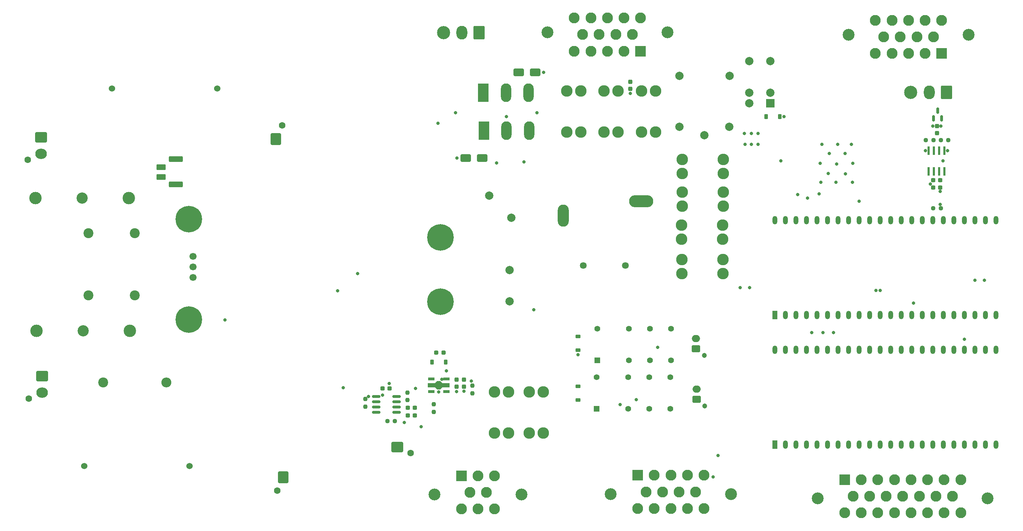
<source format=gts>
G04 #@! TF.GenerationSoftware,KiCad,Pcbnew,8.0.5*
G04 #@! TF.CreationDate,2025-04-14T13:42:12-04:00*
G04 #@! TF.ProjectId,Big Daddy,42696720-4461-4646-9479-2e6b69636164,rev?*
G04 #@! TF.SameCoordinates,Original*
G04 #@! TF.FileFunction,Soldermask,Top*
G04 #@! TF.FilePolarity,Negative*
%FSLAX46Y46*%
G04 Gerber Fmt 4.6, Leading zero omitted, Abs format (unit mm)*
G04 Created by KiCad (PCBNEW 8.0.5) date 2025-04-14 13:42:12*
%MOMM*%
%LPD*%
G01*
G04 APERTURE LIST*
G04 Aperture macros list*
%AMRoundRect*
0 Rectangle with rounded corners*
0 $1 Rounding radius*
0 $2 $3 $4 $5 $6 $7 $8 $9 X,Y pos of 4 corners*
0 Add a 4 corners polygon primitive as box body*
4,1,4,$2,$3,$4,$5,$6,$7,$8,$9,$2,$3,0*
0 Add four circle primitives for the rounded corners*
1,1,$1+$1,$2,$3*
1,1,$1+$1,$4,$5*
1,1,$1+$1,$6,$7*
1,1,$1+$1,$8,$9*
0 Add four rect primitives between the rounded corners*
20,1,$1+$1,$2,$3,$4,$5,0*
20,1,$1+$1,$4,$5,$6,$7,0*
20,1,$1+$1,$6,$7,$8,$9,0*
20,1,$1+$1,$8,$9,$2,$3,0*%
%AMFreePoly0*
4,1,13,0.900000,0.500000,2.600000,0.500000,2.600000,-0.500000,0.900000,-0.500000,0.400000,-1.000000,-0.400000,-1.000000,-0.900000,-0.500000,-2.600000,-0.500000,-2.600000,0.500000,-0.900000,0.500000,-0.400000,1.000000,0.400000,1.000000,0.900000,0.500000,0.900000,0.500000,$1*%
G04 Aperture macros list end*
%ADD10C,2.850000*%
%ADD11R,2.625000X2.625000*%
%ADD12C,2.625000*%
%ADD13R,1.200000X2.000000*%
%ADD14O,1.200000X2.000000*%
%ADD15RoundRect,0.237500X-0.287500X-0.237500X0.287500X-0.237500X0.287500X0.237500X-0.287500X0.237500X0*%
%ADD16C,1.600000*%
%ADD17RoundRect,0.250000X1.150000X-0.980000X1.150000X0.980000X-1.150000X0.980000X-1.150000X-0.980000X0*%
%ADD18RoundRect,0.237500X0.300000X0.237500X-0.300000X0.237500X-0.300000X-0.237500X0.300000X-0.237500X0*%
%ADD19RoundRect,0.225000X-0.225000X-0.375000X0.225000X-0.375000X0.225000X0.375000X-0.225000X0.375000X0*%
%ADD20RoundRect,0.237500X-0.300000X-0.237500X0.300000X-0.237500X0.300000X0.237500X-0.300000X0.237500X0*%
%ADD21C,2.780000*%
%ADD22RoundRect,0.250000X1.000000X0.650000X-1.000000X0.650000X-1.000000X-0.650000X1.000000X-0.650000X0*%
%ADD23R,2.500000X4.500000*%
%ADD24O,2.500000X4.500000*%
%ADD25RoundRect,0.250001X-0.849999X0.462499X-0.849999X-0.462499X0.849999X-0.462499X0.849999X0.462499X0*%
%ADD26R,1.400000X1.400000*%
%ADD27C,1.400000*%
%ADD28C,2.000000*%
%ADD29RoundRect,0.237500X-0.237500X0.250000X-0.237500X-0.250000X0.237500X-0.250000X0.237500X0.250000X0*%
%ADD30RoundRect,0.250000X-1.150000X0.980000X-1.150000X-0.980000X1.150000X-0.980000X1.150000X0.980000X0*%
%ADD31O,2.800000X2.460000*%
%ADD32RoundRect,0.041300X0.253700X-0.943700X0.253700X0.943700X-0.253700X0.943700X-0.253700X-0.943700X0*%
%ADD33C,0.800000*%
%ADD34C,6.400000*%
%ADD35C,1.699848*%
%ADD36RoundRect,0.237500X-0.250000X-0.237500X0.250000X-0.237500X0.250000X0.237500X-0.250000X0.237500X0*%
%ADD37RoundRect,0.250000X0.980000X1.150000X-0.980000X1.150000X-0.980000X-1.150000X0.980000X-1.150000X0*%
%ADD38R,1.500000X0.700000*%
%ADD39FreePoly0,0.000000*%
%ADD40RoundRect,0.150000X0.150000X-0.587500X0.150000X0.587500X-0.150000X0.587500X-0.150000X-0.587500X0*%
%ADD41RoundRect,0.150000X-0.825000X-0.150000X0.825000X-0.150000X0.825000X0.150000X-0.825000X0.150000X0*%
%ADD42RoundRect,0.237500X0.237500X-0.300000X0.237500X0.300000X-0.237500X0.300000X-0.237500X-0.300000X0*%
%ADD43C,3.180000*%
%ADD44RoundRect,0.250000X-1.070000X1.400000X-1.070000X-1.400000X1.070000X-1.400000X1.070000X1.400000X0*%
%ADD45O,2.640000X3.300000*%
%ADD46RoundRect,0.237500X0.237500X-0.250000X0.237500X0.250000X-0.237500X0.250000X-0.237500X-0.250000X0*%
%ADD47RoundRect,0.250000X-0.980000X-1.150000X0.980000X-1.150000X0.980000X1.150000X-0.980000X1.150000X0*%
%ADD48C,2.400000*%
%ADD49C,1.524000*%
%ADD50R,2.000000X2.000000*%
%ADD51RoundRect,0.225000X0.375000X-0.225000X0.375000X0.225000X-0.375000X0.225000X-0.375000X-0.225000X0*%
%ADD52O,2.400000X2.400000*%
%ADD53C,2.700000*%
%ADD54C,3.000000*%
%ADD55RoundRect,0.237500X-0.237500X0.300000X-0.237500X-0.300000X0.237500X-0.300000X0.237500X0.300000X0*%
%ADD56C,1.200000*%
%ADD57RoundRect,0.250000X0.750000X-0.600000X0.750000X0.600000X-0.750000X0.600000X-0.750000X-0.600000X0*%
%ADD58O,2.000000X1.700000*%
%ADD59RoundRect,0.225000X-0.375000X0.225000X-0.375000X-0.225000X0.375000X-0.225000X0.375000X0.225000X0*%
%ADD60RoundRect,0.250000X-1.000000X-0.650000X1.000000X-0.650000X1.000000X0.650000X-1.000000X0.650000X0*%
%ADD61RoundRect,0.225000X0.225000X0.375000X-0.225000X0.375000X-0.225000X-0.375000X0.225000X-0.375000X0*%
%ADD62RoundRect,0.249999X1.425001X-0.450001X1.425001X0.450001X-1.425001X0.450001X-1.425001X-0.450001X0*%
%ADD63C,1.635000*%
%ADD64O,2.670000X5.340000*%
%ADD65O,5.850000X2.925000*%
G04 APERTURE END LIST*
D10*
G04 #@! TO.C,J13*
X206000000Y-179000000D03*
X235000000Y-179000000D03*
D11*
X212500000Y-174500000D03*
D12*
X216500000Y-174500000D03*
X220500000Y-174500000D03*
X224500000Y-174500000D03*
X228500000Y-174500000D03*
X214500000Y-178500000D03*
X218500000Y-178500000D03*
X222500000Y-178500000D03*
X226500000Y-178500000D03*
X212500000Y-182500000D03*
X216500000Y-182500000D03*
X220500000Y-182500000D03*
X224500000Y-182500000D03*
X228500000Y-182500000D03*
G04 #@! TD*
D13*
G04 #@! TO.C,U2*
X245618000Y-135890000D03*
D14*
X248158000Y-135890000D03*
X250698000Y-135890000D03*
X253238000Y-135890000D03*
X255778000Y-135890000D03*
X258318000Y-135890000D03*
X260858000Y-135890000D03*
X263398000Y-135890000D03*
X265938000Y-135890000D03*
X268478000Y-135890000D03*
X271018000Y-135890000D03*
X273558000Y-135890000D03*
X276098000Y-135890000D03*
X278638000Y-135890000D03*
X281178000Y-135890000D03*
X283718000Y-135890000D03*
X286258000Y-135890000D03*
X288798000Y-135890000D03*
X291338000Y-135890000D03*
X293875280Y-135893680D03*
X296415280Y-135893680D03*
X298955280Y-135893680D03*
X298958000Y-113030000D03*
X296418000Y-113030000D03*
X293878000Y-113030000D03*
X291338000Y-113030000D03*
X288798000Y-113030000D03*
X286258000Y-113030000D03*
X283718000Y-113030000D03*
X281178000Y-113030000D03*
X278638000Y-113030000D03*
X276098000Y-113030000D03*
X273558000Y-113030000D03*
X271018000Y-113030000D03*
X268478000Y-113030000D03*
X265938000Y-113030000D03*
X263398000Y-113030000D03*
X260858000Y-113030000D03*
X258318000Y-113030000D03*
X255778000Y-113030000D03*
X253238000Y-113030000D03*
X250698000Y-113030000D03*
X248158000Y-113030000D03*
X245618000Y-113030000D03*
G04 #@! TD*
D15*
G04 #@! TO.C,L1*
X163899000Y-144936500D03*
X165649000Y-144936500D03*
G04 #@! TD*
D16*
G04 #@! TO.C,J5*
X157734000Y-169164000D03*
D17*
X154484000Y-167664000D03*
G04 #@! TD*
D18*
G04 #@! TO.C,C1*
X285469500Y-103378000D03*
X283744500Y-103378000D03*
G04 #@! TD*
D19*
G04 #@! TO.C,D8*
X243460000Y-88011000D03*
X246760000Y-88011000D03*
G04 #@! TD*
D20*
G04 #@! TO.C,C11*
X157025000Y-158224000D03*
X158750000Y-158224000D03*
G04 #@! TD*
D18*
G04 #@! TO.C,C2*
X285469500Y-105156000D03*
X283744500Y-105156000D03*
G04 #@! TD*
D21*
G04 #@! TO.C,F2*
X195368000Y-91776000D03*
X198768000Y-91776000D03*
X195368000Y-81856000D03*
X198768000Y-81856000D03*
G04 #@! TD*
D22*
G04 #@! TO.C,D11*
X174974000Y-98044000D03*
X170974000Y-98044000D03*
G04 #@! TD*
D23*
G04 #@! TO.C,Q3*
X175280000Y-82244000D03*
D24*
X180730000Y-82244000D03*
X186180000Y-82244000D03*
G04 #@! TD*
D25*
G04 #@! TO.C,L2*
X97536000Y-100239000D03*
X97536000Y-102564000D03*
G04 #@! TD*
D21*
G04 #@! TO.C,F5*
X223266000Y-98324000D03*
X223266000Y-101724000D03*
X233186000Y-98324000D03*
X233186000Y-101724000D03*
G04 #@! TD*
D26*
G04 #@! TO.C,K3*
X202574000Y-158448500D03*
D27*
X210194000Y-158448500D03*
X215274000Y-158448500D03*
X220354000Y-158448500D03*
X220354000Y-150828500D03*
X215274000Y-150828500D03*
X210194000Y-150828500D03*
X202574000Y-150828500D03*
G04 #@! TD*
D28*
G04 #@! TO.C,C16*
X181610000Y-125028000D03*
X181610000Y-132528000D03*
G04 #@! TD*
D29*
G04 #@! TO.C,R30*
X172648000Y-152914000D03*
X172648000Y-154739000D03*
G04 #@! TD*
D10*
G04 #@! TO.C,J9*
X163490000Y-179122000D03*
X184490000Y-179122000D03*
D11*
X169990000Y-174622000D03*
D12*
X173990000Y-174622000D03*
X177990000Y-174622000D03*
X171990000Y-178622000D03*
X175990000Y-178622000D03*
X169990000Y-182622000D03*
X173990000Y-182622000D03*
X177990000Y-182622000D03*
G04 #@! TD*
D21*
G04 #@! TO.C,F6*
X223266000Y-106198000D03*
X223266000Y-109598000D03*
X233186000Y-106198000D03*
X233186000Y-109598000D03*
G04 #@! TD*
D16*
G04 #@! TO.C,J3*
X65330000Y-98476000D03*
D30*
X68580000Y-93016000D03*
D31*
X68580000Y-96976000D03*
G04 #@! TD*
D10*
G04 #@! TO.C,J8*
X219710000Y-67742500D03*
X190710000Y-67742500D03*
D11*
X213210000Y-72242500D03*
D12*
X209210000Y-72242500D03*
X205210000Y-72242500D03*
X201210000Y-72242500D03*
X197210000Y-72242500D03*
X211210000Y-68242500D03*
X207210000Y-68242500D03*
X203210000Y-68242500D03*
X199210000Y-68242500D03*
X213210000Y-64242500D03*
X209210000Y-64242500D03*
X205210000Y-64242500D03*
X201210000Y-64242500D03*
X197210000Y-64242500D03*
G04 #@! TD*
D32*
G04 #@! TO.C,U1*
X282702000Y-101204900D03*
X283972000Y-101204900D03*
X285242000Y-101204900D03*
X286512000Y-101204900D03*
X286512000Y-96254900D03*
X285242000Y-96254900D03*
X283972000Y-96254900D03*
X282702000Y-96254900D03*
G04 #@! TD*
D33*
G04 #@! TO.C,U8*
X101756100Y-112721900D03*
X102462851Y-111015651D03*
X102462851Y-114428149D03*
X104169100Y-110308900D03*
D34*
X104169100Y-112721900D03*
D33*
X104169100Y-115134900D03*
X105875349Y-111015651D03*
X105875349Y-114428149D03*
X106582100Y-112721900D03*
D35*
X105185100Y-121738900D03*
X105185100Y-124278900D03*
X105185100Y-126818900D03*
D33*
X101801820Y-137024620D03*
X102476242Y-135304980D03*
X102540900Y-138717478D03*
X104169100Y-134565900D03*
D34*
X104214820Y-136978900D03*
D33*
X104260540Y-139391900D03*
X105888740Y-135240322D03*
X105953398Y-138652820D03*
X106627820Y-136933180D03*
X162462100Y-132660900D03*
X163168851Y-130954651D03*
X163168851Y-134367149D03*
X164875100Y-130247900D03*
D34*
X164875100Y-132660900D03*
D33*
X164875100Y-135073900D03*
X166581349Y-130954651D03*
X166581349Y-134367149D03*
X167288100Y-132660900D03*
X162462100Y-117166900D03*
X163168851Y-115460651D03*
X163168851Y-118873149D03*
X164875100Y-114753900D03*
D34*
X164875100Y-117166900D03*
D33*
X164875100Y-119579900D03*
X166581349Y-115460651D03*
X166581349Y-118873149D03*
X167288100Y-117166900D03*
G04 #@! TD*
D36*
G04 #@! TO.C,R27*
X152099000Y-161470500D03*
X153924000Y-161470500D03*
G04 #@! TD*
D16*
G04 #@! TO.C,J6*
X126722000Y-90170000D03*
D37*
X125222000Y-93420000D03*
G04 #@! TD*
D38*
G04 #@! TO.C,U7*
X162670000Y-151310500D03*
D39*
X164520000Y-152810500D03*
D38*
X162670000Y-154310500D03*
X166370000Y-154310500D03*
X166370000Y-151310500D03*
G04 #@! TD*
D21*
G04 #@! TO.C,F7*
X223132000Y-122506000D03*
X223132000Y-125906000D03*
X233052000Y-122506000D03*
X233052000Y-125906000D03*
G04 #@! TD*
D40*
G04 #@! TO.C,D1*
X283898000Y-88439500D03*
X285798000Y-88439500D03*
X284848000Y-86564500D03*
G04 #@! TD*
D36*
G04 #@! TO.C,R10*
X282007000Y-93726000D03*
X283832000Y-93726000D03*
G04 #@! TD*
D18*
G04 #@! TO.C,C10*
X152654000Y-153596500D03*
X150929000Y-153596500D03*
G04 #@! TD*
D41*
G04 #@! TO.C,U6*
X149417000Y-155501500D03*
X149417000Y-156771500D03*
X149417000Y-158041500D03*
X149417000Y-159311500D03*
X154367000Y-159311500D03*
X154367000Y-158041500D03*
X154367000Y-156771500D03*
X154367000Y-155501500D03*
G04 #@! TD*
D42*
G04 #@! TO.C,C12*
X168838000Y-153165000D03*
X168838000Y-151440000D03*
G04 #@! TD*
D43*
G04 #@! TO.C,J10*
X278402000Y-82168000D03*
D44*
X286982000Y-82168000D03*
D45*
X282842000Y-82168000D03*
G04 #@! TD*
D46*
G04 #@! TO.C,R29*
X163322000Y-159231500D03*
X163322000Y-157406500D03*
G04 #@! TD*
D42*
G04 #@! TO.C,C3*
X284734000Y-92021000D03*
X284734000Y-90296000D03*
G04 #@! TD*
D20*
G04 #@! TO.C,C9*
X157025000Y-160050000D03*
X158750000Y-160050000D03*
G04 #@! TD*
D16*
G04 #@! TO.C,J7*
X125500000Y-178204000D03*
D47*
X127000000Y-174954000D03*
G04 #@! TD*
D48*
G04 #@! TO.C,C15*
X80010000Y-116112000D03*
X80010000Y-131112000D03*
G04 #@! TD*
D49*
G04 #@! TO.C,R32*
X85700000Y-81250000D03*
X111100000Y-81250000D03*
G04 #@! TD*
D50*
G04 #@! TO.C,K5*
X244484000Y-84784000D03*
D28*
X244484000Y-82244000D03*
X244484000Y-74624000D03*
X239404000Y-74624000D03*
X239404000Y-82244000D03*
X239404000Y-84784000D03*
G04 #@! TD*
D36*
G04 #@! TO.C,R9*
X283821500Y-110109000D03*
X285646500Y-110109000D03*
G04 #@! TD*
D21*
G04 #@! TO.C,F1*
X223062000Y-114150000D03*
X223062000Y-117550000D03*
X232982000Y-114150000D03*
X232982000Y-117550000D03*
G04 #@! TD*
D10*
G04 #@! TO.C,J11*
X255946000Y-180068500D03*
X296946000Y-180068500D03*
D11*
X262446000Y-175568500D03*
D12*
X266446000Y-175568500D03*
X270446000Y-175568500D03*
X274446000Y-175568500D03*
X278446000Y-175568500D03*
X282446000Y-175568500D03*
X286446000Y-175568500D03*
X290446000Y-175568500D03*
X264446000Y-179568500D03*
X268446000Y-179568500D03*
X272446000Y-179568500D03*
X276446000Y-179568500D03*
X280446000Y-179568500D03*
X284446000Y-179568500D03*
X288446000Y-179568500D03*
X262446000Y-183568500D03*
X266446000Y-183568500D03*
X270446000Y-183568500D03*
X274446000Y-183568500D03*
X278446000Y-183568500D03*
X282446000Y-183568500D03*
X286446000Y-183568500D03*
X290446000Y-183568500D03*
G04 #@! TD*
D26*
G04 #@! TO.C,K2*
X202724500Y-146764500D03*
D27*
X210344500Y-146764500D03*
X215424500Y-146764500D03*
X220504500Y-146764500D03*
X220504500Y-139144500D03*
X215424500Y-139144500D03*
X210344500Y-139144500D03*
X202724500Y-139144500D03*
G04 #@! TD*
D42*
G04 #@! TO.C,C13*
X170616000Y-153165000D03*
X170616000Y-151440000D03*
G04 #@! TD*
D21*
G04 #@! TO.C,F10*
X189738000Y-154418000D03*
X186338000Y-154418000D03*
X189738000Y-164338000D03*
X186338000Y-164338000D03*
G04 #@! TD*
D51*
G04 #@! TO.C,D6*
X198120000Y-156336000D03*
X198120000Y-153036000D03*
G04 #@! TD*
D23*
G04 #@! TO.C,Q4*
X175418000Y-91388000D03*
D24*
X180868000Y-91388000D03*
X186318000Y-91388000D03*
G04 #@! TD*
D21*
G04 #@! TO.C,F4*
X213410600Y-91776000D03*
X216810600Y-91776000D03*
X213410600Y-81856000D03*
X216810600Y-81856000D03*
G04 #@! TD*
D10*
G04 #@! TO.C,J12*
X292354000Y-68326000D03*
X263354000Y-68326000D03*
D11*
X285854000Y-72826000D03*
D12*
X281854000Y-72826000D03*
X277854000Y-72826000D03*
X273854000Y-72826000D03*
X269854000Y-72826000D03*
X283854000Y-68826000D03*
X279854000Y-68826000D03*
X275854000Y-68826000D03*
X271854000Y-68826000D03*
X285854000Y-64826000D03*
X281854000Y-64826000D03*
X277854000Y-64826000D03*
X273854000Y-64826000D03*
X269854000Y-64826000D03*
G04 #@! TD*
D48*
G04 #@! TO.C,R24*
X83566000Y-152094000D03*
D52*
X98806000Y-152094000D03*
G04 #@! TD*
D53*
G04 #@! TO.C,F12*
X78740000Y-139648000D03*
D54*
X67490000Y-139648000D03*
X89990000Y-139648000D03*
G04 #@! TD*
D55*
G04 #@! TO.C,C8*
X210702000Y-79603500D03*
X210702000Y-81328500D03*
G04 #@! TD*
D56*
G04 #@! TO.C,J1*
X228568000Y-145618000D03*
D57*
X226568000Y-144018000D03*
D58*
X226568000Y-141518000D03*
G04 #@! TD*
D36*
G04 #@! TO.C,R11*
X285610000Y-93726000D03*
X287435000Y-93726000D03*
G04 #@! TD*
D48*
G04 #@! TO.C,C14*
X91186000Y-116112000D03*
X91186000Y-131112000D03*
G04 #@! TD*
D13*
G04 #@! TO.C,U3*
X245618000Y-167132000D03*
D14*
X248158000Y-167132000D03*
X250698000Y-167132000D03*
X253238000Y-167132000D03*
X255778000Y-167132000D03*
X258318000Y-167132000D03*
X260858000Y-167132000D03*
X263398000Y-167132000D03*
X265938000Y-167132000D03*
X268478000Y-167132000D03*
X271018000Y-167132000D03*
X273558000Y-167132000D03*
X276098000Y-167132000D03*
X278638000Y-167132000D03*
X281178000Y-167132000D03*
X283718000Y-167132000D03*
X286258000Y-167132000D03*
X288798000Y-167132000D03*
X291338000Y-167132000D03*
X293875280Y-167135680D03*
X296415280Y-167135680D03*
X298955280Y-167135680D03*
X298958000Y-144272000D03*
X296418000Y-144272000D03*
X293878000Y-144272000D03*
X291338000Y-144272000D03*
X288798000Y-144272000D03*
X286258000Y-144272000D03*
X283718000Y-144272000D03*
X281178000Y-144272000D03*
X278638000Y-144272000D03*
X276098000Y-144272000D03*
X273558000Y-144272000D03*
X271018000Y-144272000D03*
X268478000Y-144272000D03*
X265938000Y-144272000D03*
X263398000Y-144272000D03*
X260858000Y-144272000D03*
X258318000Y-144272000D03*
X255778000Y-144272000D03*
X253238000Y-144272000D03*
X250698000Y-144272000D03*
X248158000Y-144272000D03*
X245618000Y-144272000D03*
G04 #@! TD*
D28*
G04 #@! TO.C,K4*
X234660000Y-78233500D03*
X222608000Y-78233500D03*
X228608000Y-92483500D03*
X234608000Y-90483500D03*
X222608000Y-90483500D03*
G04 #@! TD*
D59*
G04 #@! TO.C,D5*
X198120000Y-141050500D03*
X198120000Y-144350500D03*
G04 #@! TD*
D46*
G04 #@! TO.C,R25*
X146812000Y-157961500D03*
X146812000Y-156136500D03*
G04 #@! TD*
D53*
G04 #@! TO.C,F11*
X78486000Y-107644000D03*
D54*
X67236000Y-107644000D03*
X89736000Y-107644000D03*
G04 #@! TD*
D60*
G04 #@! TO.C,D10*
X187810000Y-77396500D03*
X183810000Y-77396500D03*
G04 #@! TD*
D16*
G04 #@! TO.C,J4*
X65584000Y-156030000D03*
D30*
X68834000Y-150570000D03*
D31*
X68834000Y-154530000D03*
G04 #@! TD*
D56*
G04 #@! TO.C,J2*
X228704000Y-157803500D03*
D57*
X226704000Y-156203500D03*
D58*
X226704000Y-153703500D03*
G04 #@! TD*
D61*
G04 #@! TO.C,D9*
X166170000Y-147222500D03*
X162870000Y-147222500D03*
G04 #@! TD*
D62*
G04 #@! TO.C,R35*
X101092000Y-104344000D03*
X101092000Y-98244000D03*
G04 #@! TD*
D63*
G04 #@! TO.C,K1*
X209505600Y-123898100D03*
X199345600Y-123898100D03*
D64*
X194565600Y-111888100D03*
D65*
X213315600Y-108458100D03*
G04 #@! TD*
D49*
G04 #@! TO.C,R33*
X78950000Y-172250000D03*
X104350000Y-172250000D03*
G04 #@! TD*
D21*
G04 #@! TO.C,F3*
X204389300Y-91776000D03*
X207789300Y-91776000D03*
X204389300Y-81856000D03*
X207789300Y-81856000D03*
G04 #@! TD*
D28*
G04 #@! TO.C,C17*
X176672400Y-107076300D03*
X181975701Y-112379601D03*
G04 #@! TD*
D43*
G04 #@! TO.C,J15*
X165664000Y-67818000D03*
D44*
X174244000Y-67818000D03*
D45*
X170104000Y-67818000D03*
G04 #@! TD*
D46*
G04 #@! TO.C,R26*
X156972000Y-156390500D03*
X156972000Y-154565500D03*
G04 #@! TD*
D21*
G04 #@! TO.C,F9*
X181356000Y-154418000D03*
X177956000Y-154418000D03*
X181356000Y-164338000D03*
X177956000Y-164338000D03*
G04 #@! TD*
D33*
X287274000Y-96266000D03*
X152527000Y-152400000D03*
X285496000Y-106045000D03*
X253492000Y-107696000D03*
X286113401Y-98661401D03*
X293878000Y-127508000D03*
X156210000Y-161789500D03*
X285496000Y-109220000D03*
X164465000Y-154432000D03*
X150929000Y-155141000D03*
X291338000Y-141732000D03*
X257175000Y-140104500D03*
X247777000Y-88011000D03*
X189817479Y-77396505D03*
X208280000Y-157480000D03*
X258699000Y-96901000D03*
X198120000Y-145415000D03*
X258445000Y-101727000D03*
X254508000Y-140104500D03*
X164337997Y-89662000D03*
X180848000Y-88011000D03*
X256540000Y-99314000D03*
X178435000Y-99187000D03*
X185039000Y-98933000D03*
X264287000Y-103886000D03*
X188182000Y-87056000D03*
X251079000Y-106807000D03*
X262636000Y-101854000D03*
X170616003Y-154262018D03*
X283718000Y-90297000D03*
X144907000Y-125857000D03*
X168838003Y-154286113D03*
X260477000Y-99441000D03*
X262509000Y-96901000D03*
X168529000Y-87122000D03*
X285623000Y-90297000D03*
X260350000Y-103886000D03*
X283083000Y-104267000D03*
X256921000Y-94742000D03*
X265938000Y-108458000D03*
X281940000Y-96266000D03*
X264033000Y-94742000D03*
X147574000Y-155501500D03*
X296164000Y-127508000D03*
X256667000Y-103886000D03*
X259715000Y-140104500D03*
X247015000Y-98679000D03*
X264414000Y-99314000D03*
X168910000Y-98044000D03*
X212119997Y-156239997D03*
X260731000Y-94742000D03*
X210702003Y-82413997D03*
X256286000Y-106680000D03*
X217320499Y-143613501D03*
X172339000Y-151765000D03*
X166370000Y-149352000D03*
X165270231Y-151323941D03*
X158877000Y-153543000D03*
X112959900Y-137005900D03*
X239903000Y-92075000D03*
X238252000Y-92075000D03*
X241554000Y-92075000D03*
X238379000Y-94742000D03*
X239903000Y-94742000D03*
X241554000Y-94742000D03*
X187452000Y-134620000D03*
X279000000Y-133000000D03*
X140081000Y-130048000D03*
X141478000Y-153416000D03*
X160274000Y-162814000D03*
X269947200Y-129923700D03*
X271018000Y-129923700D03*
X231900000Y-169700000D03*
X230700000Y-174850000D03*
X239522000Y-129286000D03*
X237236000Y-129286000D03*
M02*

</source>
